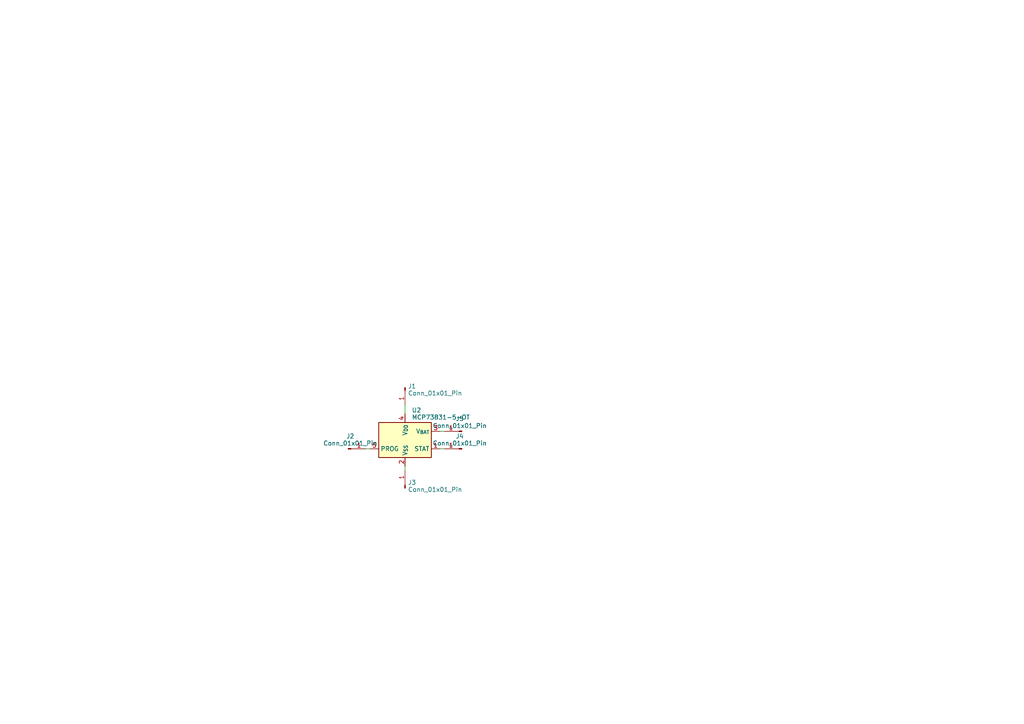
<source format=kicad_sch>
(kicad_sch (version 20230121) (generator eeschema)
  (paper "A4")
  (lib_symbols
    (symbol "Battery_Management:MCP73831-5-OT"
      (property "Reference" "U" (at -7.62 6.35 0))
      (property "Value" "MCP73831-5-OT" (at 1.27 6.35 0))
      (symbol "MCP73831-5-OT_0_1"
        (rectangle (start -7.62 5.08) (end 7.62 -5.08) (stroke (width 0.254)) (fill (type background)))
      )
      (symbol "MCP73831-5-OT_1_1"
        (pin output line (at 10.16 -2.54 180) (length 2.54) (name "STAT") (number "1"))
        (pin power_in line (at 0 -7.62 90) (length 2.54) (name "V_{SS}") (number "2"))
        (pin power_out line (at 10.16 2.54 180) (length 2.54) (name "V_{BAT}") (number "3"))
        (pin power_in line (at 0 7.62 270) (length 2.54) (name "V_{DD}") (number "4"))
        (pin input line (at -10.16 -2.54 0) (length 2.54) (name "PROG") (number "5"))
      )
    )
    (symbol "Connector:Conn_01x01_Pin" (pin_names (offset 1.016) hide)
      (property "Reference" "J" (at 0 2.54 0))
      (property "Value" "Conn_01x01_Pin" (at 0 -2.54 0))
      (symbol "Conn_01x01_Pin_1_1"
        (polyline (pts (xy 1.27 0) (xy 0.8636 0)) (stroke (width 0.1524)))
        (rectangle (start 0.8636 0.127) (end 0 -0.127) (stroke (width 0.1524)) (fill (type outline)))
        (pin passive line (at 5.08 0 180) (length 3.81) (name "Pin_1") (number "1"))
      )
    )
  )
  (wire (pts (xy 127.635 130.175) (xy 128.905 130.175)))
  (wire (pts (xy 117.475 117.475) (xy 117.475 120.015)))
  (wire (pts (xy 117.475 135.255) (xy 117.475 136.525)))
  (wire (pts (xy 106.045 130.175) (xy 107.315 130.175)))
  (wire (pts (xy 127.635 125.095) (xy 128.905 125.095)))
  (symbol (lib_id "Connector:Conn_01x01_Pin") (at 117.475 141.605 90) (unit 1)
    (property "Reference" "J3" (at 118.3132 139.946 90) (effects (justify right)))
    (property "Value" "Conn_01x01_Pin" (at 118.3132 141.994 90) (effects (justify right)))
    (property "Footprint" "smd_adapter:pin_pad" (effects hide))
  )
  (symbol (lib_id "Connector:Conn_01x01_Pin") (at 133.985 125.095 180) (unit 1)
    (property "Reference" "J5" (at 133.35 121.4388 0))
    (property "Value" "Conn_01x01_Pin" (at 133.35 123.4868 0))
    (property "Footprint" "smd_adapter:pin_pad" (effects hide))
  )
  (symbol (lib_id "Connector:Conn_01x01_Pin") (at 133.985 130.175 180) (unit 1)
    (property "Reference" "J4" (at 133.35 126.5188 0))
    (property "Value" "Conn_01x01_Pin" (at 133.35 128.5668 0))
    (property "Footprint" "smd_adapter:pin_pad" (effects hide))
  )
  (symbol (lib_id "Connector:Conn_01x01_Pin") (at 100.965 130.175 0) (unit 1)
    (property "Reference" "J2" (at 101.6 126.5188 0))
    (property "Value" "Conn_01x01_Pin" (at 101.6 128.5668 0))
    (property "Footprint" "smd_adapter:pin_pad" (effects hide))
  )
  (symbol (lib_id "Connector:Conn_01x01_Pin") (at 117.475 112.395 270) (unit 1)
    (property "Reference" "J1" (at 118.3132 112.006 90) (effects (justify left)))
    (property "Value" "Conn_01x01_Pin" (at 118.3132 114.054 90) (effects (justify left)))
    (property "Footprint" "smd_adapter:pin_pad" (effects hide))
  )
  (symbol (lib_id "Battery_Management:MCP73831-5-OT") (at 117.475 127.635 0) (unit 1)
    (property "Reference" "U2" (at 119.4309 118.975 0) (effects (justify left)))
    (property "Value" "MCP73831-5-OT" (at 119.4309 121.023 0) (effects (justify left)))
    (property "Footprint" "smd_adapter:SOT-23-5" (effects hide))
    (property "Datasheet" "http://ww1.microchip.com/downloads/en/DeviceDoc/20001984g.pdf" (effects hide))
  )
)
</source>
